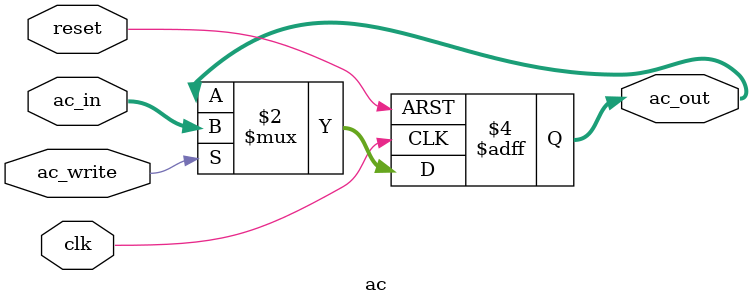
<source format=sv>
module ac (
    input  logic        clk, reset,
    input  logic        ac_write,
    input  logic [7:0]  ac_in,
    output logic [7:0]  ac_out
);
    always_ff @(posedge clk or posedge reset) begin
        if (reset)
            ac_out <= 8'h00;
        else if (ac_write)
            ac_out <= ac_in;
    end
endmodule

</source>
